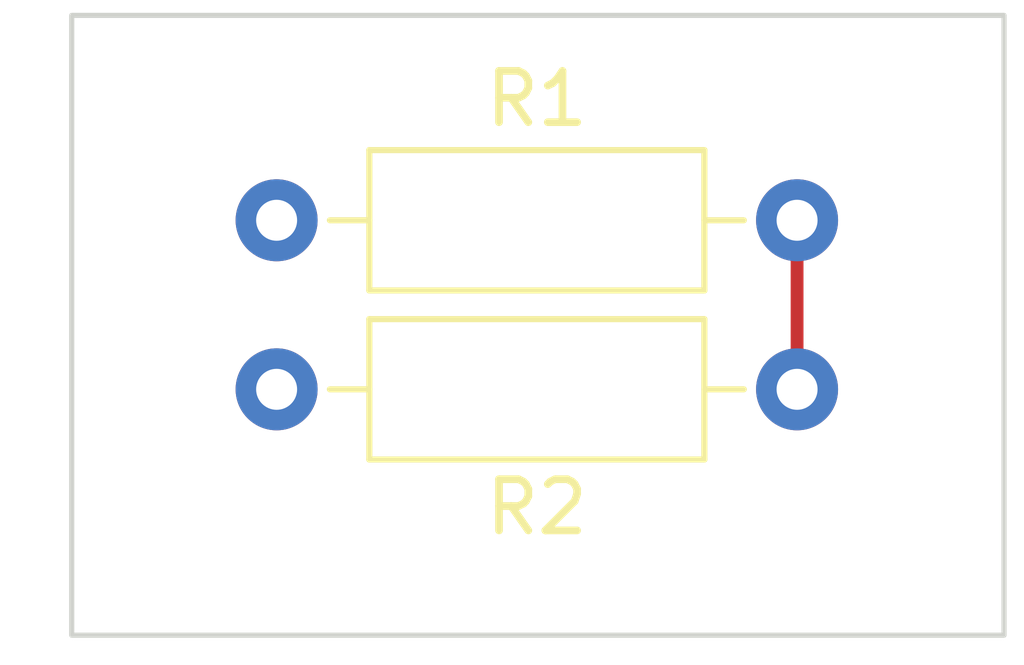
<source format=kicad_pcb>
(kicad_pcb (version 20201116) (generator pcbnew)
  (layers (0 "F.Cu" signal) (1 "In1.Cu" signal) (2 "In2.Cu" signal) (31 "B.Cu" signal) (34 "B.Paste" user) (35 "F.Paste" user) (36 "B.SilkS" user "B.Silkscreen") (37 "F.SilkS" user "F.Silkscreen") (38 "B.Mask" user) (39 "F.Mask" user) (44 "Edge.Cuts" user))
  (net 0 "")
  (net 1 "Net-(R1-Pad1)")
  (net 2 "Net-(R1-Pad2)")
  (footprint "Resistor_THT:R_Axial_DIN0207_L6.3mm_D2.5mm_P10.16mm_Horizontal" (layer "F.Cu") (at 144.2 110.9)
    (fp_text reference "R1" (at 5.08 -2.37) (layer "F.SilkS"))
    (fp_text value "R")
    (fp_line (start 1.04 0) (end 1.81 0) (layer "F.SilkS") (width 0.12))
    (fp_line (start 1.81 1.37) (end 8.35 1.37) (layer "F.SilkS") (width 0.12))
    (fp_line (start 8.35 -1.37) (end 1.81 -1.37) (layer "F.SilkS") (width 0.12))
    (fp_line (start 9.12 0) (end 8.35 0) (layer "F.SilkS") (width 0.12))
    (fp_line (start 8.35 1.37) (end 8.35 -1.37) (layer "F.SilkS") (width 0.12))
    (fp_line (start 1.81 -1.37) (end 1.81 1.37) (layer "F.SilkS") (width 0.12))
    (pad "1" thru_hole circle (at 0 0) (size 1.6 1.6) (drill 0.8) (layers *.Cu *.Mask) (net 1 "Net-(R1-Pad1)"))
    (pad "2" thru_hole oval (at 10.16 0) (size 1.6 1.6) (drill 0.8) (layers *.Cu *.Mask) (net 2 "Net-(R1-Pad2)"))
  )
  (footprint "Resistor_THT:R_Axial_DIN0207_L6.3mm_D2.5mm_P10.16mm_Horizontal" (layer "F.Cu") (at 144.2 114.2)
    (fp_text reference "R2" (at 5.08 2.3) (layer "F.SilkS"))
    (fp_text value "R")
    (fp_line (start 8.35 -1.37) (end 1.81 -1.37) (layer "F.SilkS") (width 0.12))
    (fp_line (start 1.04 0) (end 1.81 0) (layer "F.SilkS") (width 0.12))
    (fp_line (start 8.35 1.37) (end 8.35 -1.37) (layer "F.SilkS") (width 0.12))
    (fp_line (start 1.81 -1.37) (end 1.81 1.37) (layer "F.SilkS") (width 0.12))
    (fp_line (start 1.81 1.37) (end 8.35 1.37) (layer "F.SilkS") (width 0.12))
    (fp_line (start 9.12 0) (end 8.35 0) (layer "F.SilkS") (width 0.12))
    (pad "1" thru_hole circle (at 0 0) (size 1.6 1.6) (drill 0.8) (layers *.Cu *.Mask) (net 1 "Net-(R1-Pad1)"))
    (pad "2" thru_hole oval (at 10.16 0) (size 1.6 1.6) (drill 0.8) (layers *.Cu *.Mask) (net 2 "Net-(R1-Pad2)"))
  )
  (gr_rect (start 140.2 106.9) (end 158.4 119) (layer "Edge.Cuts") (width 0.1) (fill none))
  (segment (start 154.36 114.2) (end 154.36 110.9) (width 0.25) (layer "F.Cu") (net 2))
)
</source>
